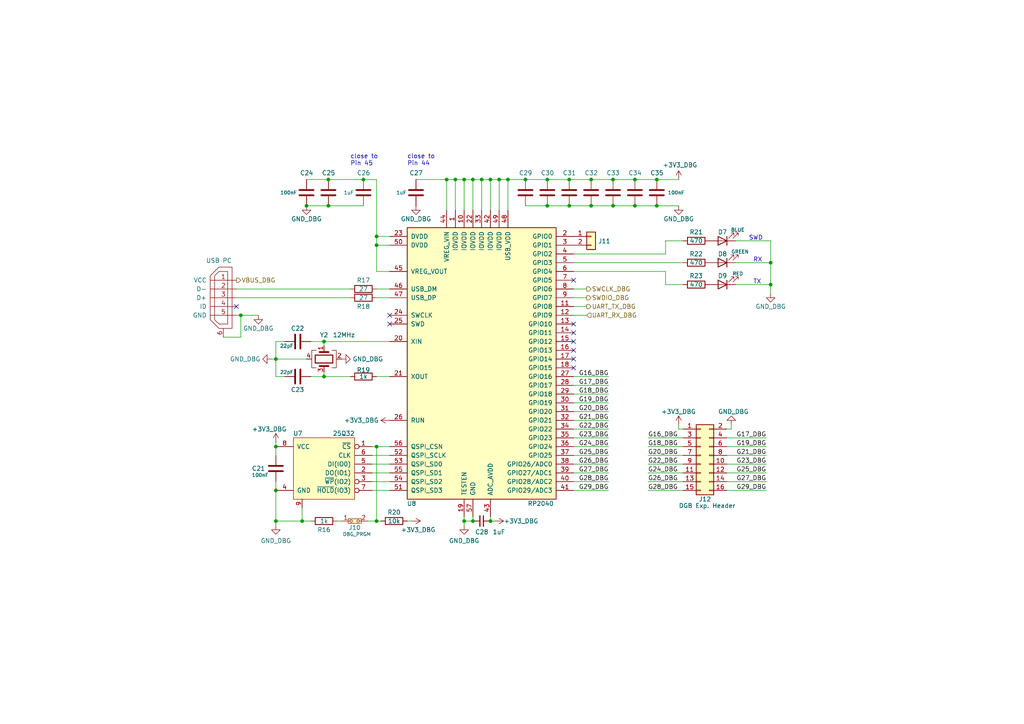
<source format=kicad_sch>
(kicad_sch (version 20231120) (generator "eeschema") (generator_version "8.0")
  (paper "A4")
  (lib_symbols
    (symbol "Connector_Generic:Conn_01x02" (pin_names (offset 1.016) hide)
      (property "Reference" "J" (at 0 2.54 0))
      (property "Value" "Conn_01x02" (at 0 -5.08 0))
      (symbol "Conn_01x02_1_1"
        (rectangle (start -1.27 -2.413) (end 0 -2.667) (stroke (width 0.1524)))
        (rectangle (start -1.27 0.127) (end 0 -0.127) (stroke (width 0.1524)))
        (rectangle (start -1.27 1.27) (end 1.27 -3.81) (stroke (width 0.254)) (fill (type background)))
        (pin passive line (at -5.08 0 0) (length 3.81) (name "Pin_1") (number "1"))
        (pin passive line (at -5.08 -2.54 0) (length 3.81) (name "Pin_2") (number "2"))
      )
    )
    (symbol "Connector_Generic:Conn_02x08_Odd_Even" (pin_names (offset 1.016) hide)
      (property "Reference" "J" (at 1.27 10.16 0))
      (property "Value" "Conn_02x08_Odd_Even" (at 1.27 -12.7 0))
      (symbol "Conn_02x08_Odd_Even_1_1"
        (rectangle (start -1.27 -10.033) (end 0 -10.287) (stroke (width 0.1524)))
        (rectangle (start -1.27 -7.493) (end 0 -7.747) (stroke (width 0.1524)))
        (rectangle (start -1.27 -4.953) (end 0 -5.207) (stroke (width 0.1524)))
        (rectangle (start -1.27 -2.413) (end 0 -2.667) (stroke (width 0.1524)))
        (rectangle (start -1.27 0.127) (end 0 -0.127) (stroke (width 0.1524)))
        (rectangle (start -1.27 2.667) (end 0 2.413) (stroke (width 0.1524)))
        (rectangle (start -1.27 5.207) (end 0 4.953) (stroke (width 0.1524)))
        (rectangle (start -1.27 7.747) (end 0 7.493) (stroke (width 0.1524)))
        (rectangle (start -1.27 8.89) (end 3.81 -11.43) (stroke (width 0.254)) (fill (type background)))
        (rectangle (start 3.81 -10.033) (end 2.54 -10.287) (stroke (width 0.1524)))
        (rectangle (start 3.81 -7.493) (end 2.54 -7.747) (stroke (width 0.1524)))
        (rectangle (start 3.81 -4.953) (end 2.54 -5.207) (stroke (width 0.1524)))
        (rectangle (start 3.81 -2.413) (end 2.54 -2.667) (stroke (width 0.1524)))
        (rectangle (start 3.81 0.127) (end 2.54 -0.127) (stroke (width 0.1524)))
        (rectangle (start 3.81 2.667) (end 2.54 2.413) (stroke (width 0.1524)))
        (rectangle (start 3.81 5.207) (end 2.54 4.953) (stroke (width 0.1524)))
        (rectangle (start 3.81 7.747) (end 2.54 7.493) (stroke (width 0.1524)))
        (pin passive line (at -5.08 7.62 0) (length 3.81) (name "Pin_1") (number "1"))
        (pin passive line (at 7.62 -2.54 180) (length 3.81) (name "Pin_10") (number "10"))
        (pin passive line (at -5.08 -5.08 0) (length 3.81) (name "Pin_11") (number "11"))
        (pin passive line (at 7.62 -5.08 180) (length 3.81) (name "Pin_12") (number "12"))
        (pin passive line (at -5.08 -7.62 0) (length 3.81) (name "Pin_13") (number "13"))
        (pin passive line (at 7.62 -7.62 180) (length 3.81) (name "Pin_14") (number "14"))
        (pin passive line (at -5.08 -10.16 0) (length 3.81) (name "Pin_15") (number "15"))
        (pin passive line (at 7.62 -10.16 180) (length 3.81) (name "Pin_16") (number "16"))
        (pin passive line (at 7.62 7.62 180) (length 3.81) (name "Pin_2") (number "2"))
        (pin passive line (at -5.08 5.08 0) (length 3.81) (name "Pin_3") (number "3"))
        (pin passive line (at 7.62 5.08 180) (length 3.81) (name "Pin_4") (number "4"))
        (pin passive line (at -5.08 2.54 0) (length 3.81) (name "Pin_5") (number "5"))
        (pin passive line (at 7.62 2.54 180) (length 3.81) (name "Pin_6") (number "6"))
        (pin passive line (at -5.08 0 0) (length 3.81) (name "Pin_7") (number "7"))
        (pin passive line (at 7.62 0 180) (length 3.81) (name "Pin_8") (number "8"))
        (pin passive line (at -5.08 -2.54 0) (length 3.81) (name "Pin_9") (number "9"))
      )
    )
    (symbol "Device:C" (pin_numbers hide) (pin_names (offset 0.254))
      (property "Reference" "C" (at 0.635 2.54 0))
      (property "Value" "C" (at 0.635 -2.54 0))
      (symbol "C_0_1"
        (polyline (pts (xy -2.032 -0.762) (xy 2.032 -0.762)) (stroke (width 0.508)))
        (polyline (pts (xy -2.032 0.762) (xy 2.032 0.762)) (stroke (width 0.508)))
      )
      (symbol "C_1_1"
        (pin passive line (at 0 3.81 270) (length 2.794) (name "~") (number "1"))
        (pin passive line (at 0 -3.81 90) (length 2.794) (name "~") (number "2"))
      )
    )
    (symbol "Device:C_Small" (pin_numbers hide) (pin_names (offset 0.254) hide)
      (property "Reference" "C" (at 0.254 1.778 0))
      (property "Value" "C_Small" (at 0.254 -2.032 0))
      (symbol "C_Small_0_1"
        (polyline (pts (xy -1.524 -0.508) (xy 1.524 -0.508)) (stroke (width 0.3302)))
        (polyline (pts (xy -1.524 0.508) (xy 1.524 0.508)) (stroke (width 0.3048)))
      )
      (symbol "C_Small_1_1"
        (pin passive line (at 0 2.54 270) (length 2.032) (name "~") (number "1"))
        (pin passive line (at 0 -2.54 90) (length 2.032) (name "~") (number "2"))
      )
    )
    (symbol "Device:Crystal_GND24" (pin_names (offset 1.016) hide)
      (property "Reference" "Y" (at 3.175 5.08 0))
      (property "Value" "Crystal_GND24" (at 3.175 3.175 0))
      (symbol "Crystal_GND24_0_1"
        (rectangle (start -1.143 2.54) (end 1.143 -2.54) (stroke (width 0.3048)))
        (polyline (pts (xy -2.54 0) (xy -2.032 0)))
        (polyline (pts (xy -2.032 -1.27) (xy -2.032 1.27)) (stroke (width 0.508)))
        (polyline (pts (xy 0 -3.81) (xy 0 -3.556)))
        (polyline (pts (xy 0 3.556) (xy 0 3.81)))
        (polyline (pts (xy 2.032 -1.27) (xy 2.032 1.27)) (stroke (width 0.508)))
        (polyline (pts (xy 2.032 0) (xy 2.54 0)))
        (polyline (pts (xy -2.54 -2.286) (xy -2.54 -3.556) (xy 2.54 -3.556) (xy 2.54 -2.286)))
        (polyline (pts (xy -2.54 2.286) (xy -2.54 3.556) (xy 2.54 3.556) (xy 2.54 2.286)))
      )
      (symbol "Crystal_GND24_1_1"
        (pin passive line (at -3.81 0 0) (length 1.27) (name "1") (number "1"))
        (pin passive line (at 0 5.08 270) (length 1.27) (name "2") (number "2"))
        (pin passive line (at 3.81 0 180) (length 1.27) (name "3") (number "3"))
        (pin passive line (at 0 -5.08 90) (length 1.27) (name "4") (number "4"))
      )
    )
    (symbol "Device:LED" (pin_numbers hide) (pin_names (offset 1.016) hide)
      (property "Reference" "D" (at 0 2.54 0))
      (property "Value" "LED" (at 0 -2.54 0))
      (symbol "LED_0_1"
        (polyline (pts (xy -1.27 -1.27) (xy -1.27 1.27)) (stroke (width 0.254)))
        (polyline (pts (xy -1.27 0) (xy 1.27 0)))
        (polyline (pts (xy 1.27 -1.27) (xy 1.27 1.27) (xy -1.27 0) (xy 1.27 -1.27)) (stroke (width 0.254)))
        (polyline (pts (xy -3.048 -0.762) (xy -4.572 -2.286) (xy -3.81 -2.286) (xy -4.572 -2.286) (xy -4.572 -1.524)))
        (polyline (pts (xy -1.778 -0.762) (xy -3.302 -2.286) (xy -2.54 -2.286) (xy -3.302 -2.286) (xy -3.302 -1.524)))
      )
      (symbol "LED_1_1"
        (pin passive line (at -3.81 0 0) (length 2.54) (name "K") (number "1"))
        (pin passive line (at 3.81 0 180) (length 2.54) (name "A") (number "2"))
      )
    )
    (symbol "Device:R" (pin_numbers hide) (pin_names (offset 0))
      (property "Reference" "R" (at 2.032 0 90))
      (property "Value" "R" (at 0 0 90))
      (symbol "R_0_1"
        (rectangle (start -1.016 -2.54) (end 1.016 2.54) (stroke (width 0.254)))
      )
      (symbol "R_1_1"
        (pin passive line (at 0 3.81 270) (length 1.27) (name "~") (number "1"))
        (pin passive line (at 0 -3.81 90) (length 1.27) (name "~") (number "2"))
      )
    )
    (symbol "rp2040-launchpad-PCB:+3V3_DBG" (power) (pin_names (offset 0))
      (property "Value" "+3V3_DBG" (at 0 3.556 0))
      (symbol "+3V3_DBG_0_1"
        (polyline (pts (xy -0.762 1.27) (xy 0 2.54)))
        (polyline (pts (xy 0 0) (xy 0 2.54)))
        (polyline (pts (xy 0 2.54) (xy 0.762 1.27)))
      )
      (symbol "+3V3_DBG_1_1"
        (pin power_in line (at 0 0 90) (length 0) hide (name "+3V3_DBG") (number "1"))
      )
    )
    (symbol "rp2040-launchpad-PCB:25Q32" (pin_names (offset 1.016))
      (property "Reference" "U" (at -7.62 10.16 0))
      (property "Value" "25Q32" (at -5.08 -10.16 0))
      (symbol "25Q32_0_1"
        (rectangle (start -8.89 8.89) (end 8.89 -8.89) (fill (type background)))
      )
      (symbol "25Q32_1_1"
        (pin input inverted (at -13.97 6.35 0) (length 5.08) (name "~{CS}") (number "1"))
        (pin output line (at -13.97 -1.27 0) (length 5.08) (name "DO(IO1)") (number "2"))
        (pin input inverted (at -13.97 -3.81 0) (length 5.08) (name "~{WP}(IO2)") (number "3"))
        (pin power_in line (at 13.97 -6.35 180) (length 5.08) (name "GND") (number "4"))
        (pin input line (at -13.97 1.27 0) (length 5.08) (name "DI(IO0)") (number "5"))
        (pin input line (at -13.97 3.81 0) (length 5.08) (name "CLK") (number "6"))
        (pin input inverted (at -13.97 -6.35 0) (length 5.08) (name "~{HOLD}(IO3)") (number "7"))
        (pin power_in line (at 13.97 6.35 180) (length 5.08) (name "VCC") (number "8"))
        (pin passive line (at 6.35 -11.43 90) (length 2.54) (name "~") (number "9"))
      )
    )
    (symbol "rp2040-launchpad-PCB:GND_DBG" (power) (pin_names (offset 0))
      (property "Value" "GND_DBG" (at 0 -3.81 0))
      (symbol "GND_DBG_0_1"
        (polyline (pts (xy 0 0) (xy 0 -1.27) (xy 1.27 -1.27) (xy 0 -2.54) (xy -1.27 -1.27) (xy 0 -1.27)))
      )
      (symbol "GND_DBG_1_1"
        (pin power_in line (at 0 0 270) (length 0) hide (name "GND_DBG") (number "1"))
      )
    )
    (symbol "rp2040-launchpad-PCB:Jumper" (pin_names (offset 1.016))
      (property "Reference" "J" (at -3.302 3.048 0))
      (property "Value" "Jumper" (at 2.794 3.302 0))
      (symbol "Jumper_0_1"
        (rectangle (start -1.905 0.635) (end 1.905 -0.635) (fill (type background)))
        (circle (center -1.016 0) (radius 0.3556))
        (circle (center 1.016 0) (radius 0.3556))
      )
      (symbol "Jumper_1_1"
        (pin passive line (at -3.81 0 0) (length 2.4384) (name "~") (number "1"))
        (pin passive line (at 3.81 0 180) (length 2.4384) (name "~") (number "2"))
      )
    )
    (symbol "rp2040-launchpad-PCB:Micro-USB-B-Socket" (pin_names (offset 1.016))
      (property "Reference" "USB" (at -1.27 12.7 0))
      (property "Value" "Micro-USB-B-Socket" (at -1.27 15.24 0))
      (symbol "Micro-USB-B-Socket_0_1"
        (polyline (pts (xy -3.81 -6.35) (xy -2.54 -7.62) (xy 0 -7.62) (xy 0 7.62) (xy -2.54 7.62) (xy -3.81 6.35) (xy -3.81 -6.35)))
        (polyline (pts (xy 1.27 8.89) (xy 1.27 -8.89) (xy -2.54 -8.89) (xy -5.08 -6.35) (xy -5.08 6.35) (xy -2.54 8.89) (xy 1.27 8.89)))
      )
      (symbol "Micro-USB-B-Socket_1_1"
        (pin power_out line (at 2.54 5.08 180) (length 7.5946) (name "VCC") (number "1"))
        (pin bidirectional line (at 2.54 2.54 180) (length 7.5946) (name "D-") (number "2"))
        (pin bidirectional line (at 2.54 0 180) (length 7.5946) (name "D+") (number "3"))
        (pin bidirectional line (at 2.54 -2.54 180) (length 7.5946) (name "ID") (number "4"))
        (pin power_out line (at 2.54 -5.08 180) (length 7.5946) (name "GND") (number "5"))
        (pin passive line (at -1.27 -11.43 90) (length 2.4892) (name "~") (number "6"))
      )
    )
    (symbol "rp2040-launchpad-PCB:RP2040" (pin_names (offset 1.016))
      (property "Reference" "U" (at -24.13 40.64 0))
      (property "Value" "RP2040" (at -24.13 -41.91 0))
      (symbol "RP2040_0_0"
        (rectangle (start -21.59 -39.37) (end 21.59 39.37) (stroke (width 0.254)) (fill (type background)))
        (pin power_in line (at -7.62 44.45 270) (length 5.08) (name "IOVDD") (number "1"))
        (pin power_in line (at -5.08 44.45 270) (length 5.08) (name "IOVDD") (number "10"))
        (pin bidirectional line (at 26.67 16.51 180) (length 5.08) (name "GPIO8") (number "11"))
        (pin bidirectional line (at 26.67 13.97 180) (length 5.08) (name "GPIO9") (number "12"))
        (pin bidirectional line (at 26.67 11.43 180) (length 5.08) (name "GPIO10") (number "13"))
        (pin bidirectional line (at 26.67 8.89 180) (length 5.08) (name "GPIO11") (number "14"))
        (pin bidirectional line (at 26.67 6.35 180) (length 5.08) (name "GPIO12") (number "15"))
        (pin bidirectional line (at 26.67 3.81 180) (length 5.08) (name "GPIO13") (number "16"))
        (pin bidirectional line (at 26.67 1.27 180) (length 5.08) (name "GPIO14") (number "17"))
        (pin bidirectional line (at 26.67 -1.27 180) (length 5.08) (name "GPIO15") (number "18"))
        (pin passive line (at -5.08 -44.45 90) (length 5.08) (name "TESTEN") (number "19"))
        (pin bidirectional line (at 26.67 36.83 180) (length 5.08) (name "GPIO0") (number "2"))
        (pin input line (at -26.67 6.35 0) (length 5.08) (name "XIN") (number "20"))
        (pin output line (at -26.67 -3.81 0) (length 5.08) (name "XOUT") (number "21"))
        (pin power_in line (at -2.54 44.45 270) (length 5.08) (name "IOVDD") (number "22"))
        (pin power_in line (at -26.67 36.83 0) (length 5.08) (name "DVDD") (number "23"))
        (pin input line (at -26.67 13.97 0) (length 5.08) (name "SWCLK") (number "24"))
        (pin bidirectional line (at -26.67 11.43 0) (length 5.08) (name "SWD") (number "25"))
        (pin input line (at -26.67 -16.51 0) (length 5.08) (name "RUN") (number "26"))
        (pin bidirectional line (at 26.67 -3.81 180) (length 5.08) (name "GPIO16") (number "27"))
        (pin bidirectional line (at 26.67 -6.35 180) (length 5.08) (name "GPIO17") (number "28"))
        (pin bidirectional line (at 26.67 -8.89 180) (length 5.08) (name "GPIO18") (number "29"))
        (pin bidirectional line (at 26.67 34.29 180) (length 5.08) (name "GPIO1") (number "3"))
        (pin bidirectional line (at 26.67 -11.43 180) (length 5.08) (name "GPIO19") (number "30"))
        (pin bidirectional line (at 26.67 -13.97 180) (length 5.08) (name "GPIO20") (number "31"))
        (pin bidirectional line (at 26.67 -16.51 180) (length 5.08) (name "GPIO21") (number "32"))
        (pin power_in line (at 0 44.45 270) (length 5.08) (name "IOVDD") (number "33"))
        (pin bidirectional line (at 26.67 -19.05 180) (length 5.08) (name "GPIO22") (number "34"))
        (pin bidirectional line (at 26.67 -21.59 180) (length 5.08) (name "GPIO23") (number "35"))
        (pin bidirectional line (at 26.67 -24.13 180) (length 5.08) (name "GPIO24") (number "36"))
        (pin bidirectional line (at 26.67 -26.67 180) (length 5.08) (name "GPIO25") (number "37"))
        (pin bidirectional line (at 26.67 -29.21 180) (length 5.08) (name "GPIO26/ADC0") (number "38"))
        (pin bidirectional line (at 26.67 -31.75 180) (length 5.08) (name "GPIO27/ADC1") (number "39"))
        (pin bidirectional line (at 26.67 31.75 180) (length 5.08) (name "GPIO2") (number "4"))
        (pin bidirectional line (at 26.67 -34.29 180) (length 5.08) (name "GPIO28/ADC2") (number "40"))
        (pin bidirectional line (at 26.67 -36.83 180) (length 5.08) (name "GPIO29/ADC3") (number "41"))
        (pin power_in line (at 2.54 44.45 270) (length 5.08) (name "IOVDD") (number "42"))
        (pin power_in line (at 2.54 -44.45 90) (length 5.08) (name "ADC_AVDD") (number "43"))
        (pin input line (at -10.16 44.45 270) (length 5.08) (name "VREG_VIN") (number "44"))
        (pin bidirectional line (at -26.67 21.59 0) (length 5.08) (name "USB_DM") (number "46"))
        (pin bidirectional line (at -26.67 19.05 0) (length 5.08) (name "USB_DP") (number "47"))
        (pin power_in line (at 7.62 44.45 270) (length 5.08) (name "USB_VDD") (number "48"))
        (pin power_in line (at 5.08 44.45 270) (length 5.08) (name "IOVDD") (number "49"))
        (pin bidirectional line (at 26.67 29.21 180) (length 5.08) (name "GPIO3") (number "5"))
        (pin power_in line (at -26.67 34.29 0) (length 5.08) (name "DVDD") (number "50"))
        (pin bidirectional line (at -26.67 -36.83 0) (length 5.08) (name "QSPI_SD3") (number "51"))
        (pin bidirectional line (at -26.67 -26.67 0) (length 5.08) (name "QSPI_SCLK") (number "52"))
        (pin bidirectional line (at -26.67 -29.21 0) (length 5.08) (name "QSPI_SD0") (number "53"))
        (pin bidirectional line (at -26.67 -34.29 0) (length 5.08) (name "QSPI_SD2") (number "54"))
        (pin bidirectional line (at -26.67 -31.75 0) (length 5.08) (name "QSPI_SD1") (number "55"))
        (pin bidirectional line (at -26.67 -24.13 0) (length 5.08) (name "QSPI_CSN") (number "56"))
        (pin power_in line (at -2.54 -44.45 90) (length 5.08) (name "GND") (number "57"))
        (pin bidirectional line (at 26.67 26.67 180) (length 5.08) (name "GPIO4") (number "6"))
        (pin bidirectional line (at 26.67 24.13 180) (length 5.08) (name "GPIO5") (number "7"))
        (pin bidirectional line (at 26.67 21.59 180) (length 5.08) (name "GPIO6") (number "8"))
        (pin bidirectional line (at 26.67 19.05 180) (length 5.08) (name "GPIO7") (number "9"))
      )
      (symbol "RP2040_1_0"
        (pin power_out line (at -26.67 26.67 0) (length 5.08) (name "VREG_VOUT") (number "45"))
      )
    )
  )
  (junction (at 190.5 59.69))
  (junction (at 137.16 151.13))
  (junction (at 144.78 52.07))
  (junction (at 171.45 59.69))
  (junction (at 95.25 52.07))
  (junction (at 139.7 52.07))
  (junction (at 171.45 52.07))
  (junction (at 137.16 52.07))
  (junction (at 152.4 52.07))
  (junction (at 142.24 151.13))
  (junction (at 134.62 52.07))
  (junction (at 109.22 71.12))
  (junction (at 165.1 52.07))
  (junction (at 184.15 52.07))
  (junction (at 177.8 52.07))
  (junction (at 142.24 52.07))
  (junction (at 80.01 142.24))
  (junction (at 80.01 104.14))
  (junction (at 165.1 59.69))
  (junction (at 190.5 52.07))
  (junction (at 109.22 151.13))
  (junction (at 95.25 59.69))
  (junction (at 80.01 129.54))
  (junction (at 105.41 52.07))
  (junction (at 93.98 109.22))
  (junction (at 88.9 59.69))
  (junction (at 147.32 52.07))
  (junction (at 129.54 52.07))
  (junction (at 87.63 151.13))
  (junction (at 223.52 76.2))
  (junction (at 80.01 151.13))
  (junction (at 93.98 99.06))
  (junction (at 177.8 59.69))
  (junction (at 158.75 59.69))
  (junction (at 223.52 82.55))
  (junction (at 134.62 151.13))
  (junction (at 69.85 91.44))
  (junction (at 109.22 68.58))
  (junction (at 184.15 59.69))
  (junction (at 158.75 52.07))
  (junction (at 109.22 129.54))
  (junction (at 132.08 52.07))
  (no_connect (at 166.37 96.52))
  (no_connect (at 68.58 88.9))
  (no_connect (at 166.37 106.68))
  (no_connect (at 166.37 101.6))
  (no_connect (at 166.37 99.06))
  (no_connect (at 113.03 93.98))
  (no_connect (at 166.37 81.28))
  (no_connect (at 166.37 93.98))
  (no_connect (at 113.03 91.44))
  (no_connect (at 166.37 104.14))
  (wire (pts (xy 142.24 151.13) (xy 142.24 149.86)))
  (wire (pts (xy 109.22 109.22) (xy 113.03 109.22)))
  (wire (pts (xy 109.22 71.12) (xy 109.22 78.74)))
  (wire (pts (xy 107.95 129.54) (xy 109.22 129.54)))
  (wire (pts (xy 213.36 69.85) (xy 223.52 69.85)))
  (wire (pts (xy 139.7 52.07) (xy 139.7 60.96)))
  (wire (pts (xy 80.01 142.24) (xy 80.01 151.13)))
  (wire (pts (xy 190.5 52.07) (xy 196.85 52.07)))
  (wire (pts (xy 139.7 52.07) (xy 142.24 52.07)))
  (wire (pts (xy 80.01 129.54) (xy 80.01 128.27)))
  (wire (pts (xy 109.22 151.13) (xy 109.22 129.54)))
  (wire (pts (xy 166.37 137.16) (xy 176.53 137.16)))
  (wire (pts (xy 80.01 99.06) (xy 80.01 104.14)))
  (wire (pts (xy 166.37 132.08) (xy 176.53 132.08)))
  (wire (pts (xy 166.37 129.54) (xy 176.53 129.54)))
  (wire (pts (xy 196.85 124.46) (xy 196.85 123.19)))
  (wire (pts (xy 109.22 52.07) (xy 109.22 68.58)))
  (wire (pts (xy 166.37 91.44) (xy 170.18 91.44)))
  (wire (pts (xy 105.41 52.07) (xy 109.22 52.07)))
  (wire (pts (xy 95.25 59.69) (xy 88.9 59.69)))
  (wire (pts (xy 147.32 52.07) (xy 152.4 52.07)))
  (wire (pts (xy 210.82 124.46) (xy 212.09 124.46)))
  (wire (pts (xy 134.62 52.07) (xy 134.62 60.96)))
  (wire (pts (xy 187.96 132.08) (xy 198.12 132.08)))
  (wire (pts (xy 97.79 151.13) (xy 99.06 151.13)))
  (wire (pts (xy 166.37 86.36) (xy 170.18 86.36)))
  (wire (pts (xy 210.82 132.08) (xy 222.25 132.08)))
  (wire (pts (xy 143.51 151.13) (xy 142.24 151.13)))
  (wire (pts (xy 87.63 151.13) (xy 80.01 151.13)))
  (wire (pts (xy 80.01 139.7) (xy 80.01 142.24)))
  (wire (pts (xy 93.98 109.22) (xy 101.6 109.22)))
  (wire (pts (xy 166.37 139.7) (xy 176.53 139.7)))
  (wire (pts (xy 118.11 151.13) (xy 119.38 151.13)))
  (wire (pts (xy 106.68 151.13) (xy 109.22 151.13)))
  (wire (pts (xy 64.77 97.79) (xy 69.85 97.79)))
  (wire (pts (xy 68.58 91.44) (xy 69.85 91.44)))
  (wire (pts (xy 166.37 116.84) (xy 176.53 116.84)))
  (wire (pts (xy 80.01 151.13) (xy 80.01 152.4)))
  (wire (pts (xy 80.01 104.14) (xy 80.01 109.22)))
  (wire (pts (xy 223.52 69.85) (xy 223.52 76.2)))
  (wire (pts (xy 166.37 114.3) (xy 176.53 114.3)))
  (wire (pts (xy 134.62 52.07) (xy 137.16 52.07)))
  (wire (pts (xy 109.22 68.58) (xy 113.03 68.58)))
  (wire (pts (xy 166.37 76.2) (xy 198.12 76.2)))
  (wire (pts (xy 80.01 132.08) (xy 80.01 129.54)))
  (wire (pts (xy 210.82 139.7) (xy 222.25 139.7)))
  (wire (pts (xy 87.63 151.13) (xy 90.17 151.13)))
  (wire (pts (xy 193.04 78.74) (xy 193.04 82.55)))
  (wire (pts (xy 107.95 132.08) (xy 113.03 132.08)))
  (wire (pts (xy 210.82 127) (xy 222.25 127)))
  (wire (pts (xy 69.85 91.44) (xy 74.93 91.44)))
  (wire (pts (xy 213.36 76.2) (xy 223.52 76.2)))
  (wire (pts (xy 137.16 52.07) (xy 139.7 52.07)))
  (wire (pts (xy 68.58 86.36) (xy 101.6 86.36)))
  (wire (pts (xy 80.01 104.14) (xy 88.9 104.14)))
  (wire (pts (xy 105.41 59.69) (xy 95.25 59.69)))
  (wire (pts (xy 134.62 149.86) (xy 134.62 151.13)))
  (wire (pts (xy 187.96 134.62) (xy 198.12 134.62)))
  (wire (pts (xy 109.22 71.12) (xy 113.03 71.12)))
  (wire (pts (xy 193.04 73.66) (xy 193.04 69.85)))
  (wire (pts (xy 166.37 83.82) (xy 170.18 83.82)))
  (wire (pts (xy 165.1 52.07) (xy 171.45 52.07)))
  (wire (pts (xy 93.98 107.95) (xy 93.98 109.22)))
  (wire (pts (xy 107.95 142.24) (xy 113.03 142.24)))
  (wire (pts (xy 78.74 104.14) (xy 80.01 104.14)))
  (wire (pts (xy 190.5 59.69) (xy 196.85 59.69)))
  (wire (pts (xy 152.4 59.69) (xy 158.75 59.69)))
  (wire (pts (xy 109.22 129.54) (xy 113.03 129.54)))
  (wire (pts (xy 187.96 127) (xy 198.12 127)))
  (wire (pts (xy 144.78 52.07) (xy 147.32 52.07)))
  (wire (pts (xy 137.16 52.07) (xy 137.16 60.96)))
  (wire (pts (xy 147.32 52.07) (xy 147.32 60.96)))
  (wire (pts (xy 171.45 59.69) (xy 177.8 59.69)))
  (wire (pts (xy 166.37 88.9) (xy 170.18 88.9)))
  (wire (pts (xy 109.22 78.74) (xy 113.03 78.74)))
  (wire (pts (xy 95.25 52.07) (xy 105.41 52.07)))
  (wire (pts (xy 120.65 52.07) (xy 129.54 52.07)))
  (wire (pts (xy 210.82 129.54) (xy 222.25 129.54)))
  (wire (pts (xy 166.37 119.38) (xy 176.53 119.38)))
  (wire (pts (xy 210.82 134.62) (xy 222.25 134.62)))
  (wire (pts (xy 137.16 151.13) (xy 137.16 149.86)))
  (wire (pts (xy 107.95 134.62) (xy 113.03 134.62)))
  (wire (pts (xy 166.37 127) (xy 176.53 127)))
  (wire (pts (xy 80.01 99.06) (xy 82.55 99.06)))
  (wire (pts (xy 93.98 99.06) (xy 113.03 99.06)))
  (wire (pts (xy 107.95 137.16) (xy 113.03 137.16)))
  (wire (pts (xy 88.9 52.07) (xy 95.25 52.07)))
  (wire (pts (xy 210.82 137.16) (xy 222.25 137.16)))
  (wire (pts (xy 166.37 109.22) (xy 176.53 109.22)))
  (wire (pts (xy 223.52 76.2) (xy 223.52 82.55)))
  (wire (pts (xy 109.22 68.58) (xy 109.22 71.12)))
  (wire (pts (xy 184.15 52.07) (xy 190.5 52.07)))
  (wire (pts (xy 134.62 151.13) (xy 137.16 151.13)))
  (wire (pts (xy 187.96 129.54) (xy 198.12 129.54)))
  (wire (pts (xy 129.54 52.07) (xy 132.08 52.07)))
  (wire (pts (xy 68.58 83.82) (xy 101.6 83.82)))
  (wire (pts (xy 187.96 139.7) (xy 198.12 139.7)))
  (wire (pts (xy 142.24 52.07) (xy 144.78 52.07)))
  (wire (pts (xy 87.63 147.32) (xy 87.63 151.13)))
  (wire (pts (xy 93.98 100.33) (xy 93.98 99.06)))
  (wire (pts (xy 187.96 142.24) (xy 198.12 142.24)))
  (wire (pts (xy 165.1 59.69) (xy 171.45 59.69)))
  (wire (pts (xy 187.96 137.16) (xy 198.12 137.16)))
  (wire (pts (xy 166.37 121.92) (xy 176.53 121.92)))
  (wire (pts (xy 109.22 83.82) (xy 113.03 83.82)))
  (wire (pts (xy 166.37 73.66) (xy 193.04 73.66)))
  (wire (pts (xy 132.08 52.07) (xy 134.62 52.07)))
  (wire (pts (xy 158.75 52.07) (xy 165.1 52.07)))
  (wire (pts (xy 223.52 85.09) (xy 223.52 82.55)))
  (wire (pts (xy 166.37 111.76) (xy 176.53 111.76)))
  (wire (pts (xy 213.36 82.55) (xy 223.52 82.55)))
  (wire (pts (xy 193.04 69.85) (xy 198.12 69.85)))
  (wire (pts (xy 177.8 59.69) (xy 184.15 59.69)))
  (wire (pts (xy 166.37 78.74) (xy 193.04 78.74)))
  (wire (pts (xy 166.37 124.46) (xy 176.53 124.46)))
  (wire (pts (xy 177.8 52.07) (xy 184.15 52.07)))
  (wire (pts (xy 158.75 59.69) (xy 165.1 59.69)))
  (wire (pts (xy 210.82 142.24) (xy 222.25 142.24)))
  (wire (pts (xy 171.45 52.07) (xy 177.8 52.07)))
  (wire (pts (xy 90.17 99.06) (xy 93.98 99.06)))
  (wire (pts (xy 93.98 109.22) (xy 90.17 109.22)))
  (wire (pts (xy 82.55 109.22) (xy 80.01 109.22)))
  (wire (pts (xy 212.09 124.46) (xy 212.09 123.19)))
  (wire (pts (xy 113.03 86.36) (xy 109.22 86.36)))
  (wire (pts (xy 142.24 52.07) (xy 142.24 60.96)))
  (wire (pts (xy 134.62 152.4) (xy 134.62 151.13)))
  (wire (pts (xy 129.54 52.07) (xy 129.54 60.96)))
  (wire (pts (xy 144.78 52.07) (xy 144.78 60.96)))
  (wire (pts (xy 198.12 124.46) (xy 196.85 124.46)))
  (wire (pts (xy 198.12 82.55) (xy 193.04 82.55)))
  (wire (pts (xy 109.22 151.13) (xy 110.49 151.13)))
  (wire (pts (xy 184.15 59.69) (xy 190.5 59.69)))
  (wire (pts (xy 166.37 142.24) (xy 176.53 142.24)))
  (wire (pts (xy 69.85 91.44) (xy 69.85 97.79)))
  (wire (pts (xy 166.37 134.62) (xy 176.53 134.62)))
  (wire (pts (xy 132.08 52.07) (xy 132.08 60.96)))
  (wire (pts (xy 152.4 52.07) (xy 158.75 52.07)))
  (wire (pts (xy 107.95 139.7) (xy 113.03 139.7)))
  (text "RX\n" (at 218.44 76.2 0) (effects (font (size 1.27 1.27)) (justify left bottom)))
  (text "SWD" (at 217.17 69.85 0) (effects (font (size 1.27 1.27)) (justify left bottom)))
  (text "close to\nPin 45" (at 101.6 48.26 0) (effects (font (size 1.27 1.27)) (justify left bottom)))
  (text "close to\nPin 44\n" (at 118.11 48.26 0) (effects (font (size 1.27 1.27)) (justify left bottom)))
  (text "TX" (at 218.44 82.55 0) (effects (font (size 1.27 1.27)) (justify left bottom)))
  (label "G22_DBG" (at 187.96 134.62 0))
  (label "G16_DBG" (at 176.53 109.22 180))
  (label "G29_DBG" (at 176.53 142.24 180))
  (label "G24_DBG" (at 176.53 129.54 180))
  (label "G26_DBG" (at 187.96 139.7 0))
  (label "G28_DBG" (at 187.96 142.24 0))
  (label "G17_DBG" (at 176.53 111.76 180))
  (label "G28_DBG" (at 176.53 139.7 180))
  (label "G19_DBG" (at 222.25 129.54 180))
  (label "G16_DBG" (at 187.96 127 0))
  (label "G22_DBG" (at 176.53 124.46 180))
  (label "G26_DBG" (at 176.53 134.62 180))
  (label "G20_DBG" (at 176.53 119.38 180))
  (label "G21_DBG" (at 222.25 132.08 180))
  (label "G29_DBG" (at 222.25 142.24 180))
  (label "G23_DBG" (at 176.53 127 180))
  (label "G25_DBG" (at 176.53 132.08 180))
  (label "G23_DBG" (at 222.25 134.62 180))
  (label "G27_DBG" (at 222.25 139.7 180))
  (label "G21_DBG" (at 176.53 121.92 180))
  (label "G18_DBG" (at 187.96 129.54 0))
  (label "G20_DBG" (at 187.96 132.08 0))
  (label "G24_DBG" (at 187.96 137.16 0))
  (label "G25_DBG" (at 222.25 137.16 180))
  (label "G19_DBG" (at 176.53 116.84 180))
  (label "G17_DBG" (at 222.25 127 180))
  (label "G27_DBG" (at 176.53 137.16 180))
  (label "G18_DBG" (at 176.53 114.3 180))
  (hierarchical_label "SWCLK_DBG" (shape output) (at 170.18 83.82 0))
  (hierarchical_label "UART_TX_DBG" (shape output) (at 170.18 88.9 0))
  (hierarchical_label "SWDIO_DBG" (shape output) (at 170.18 86.36 0))
  (hierarchical_label "UART_RX_DBG" (shape input) (at 170.18 91.44 0))
  (hierarchical_label "VBUS_DBG" (shape output) (at 68.58 81.28 0))
  (symbol (lib_id "rp2040-launchpad-PCB:25Q32") (at 93.98 135.89 0) (mirror y) (unit 1)
    (property "Reference" "U7" (at 86.36 125.73 0))
    (property "Value" "25Q32" (at 99.695 125.73 0))
    (property "Footprint" "Package_SON:WSON-8-1EP_6x5mm_P1.27mm_EP3.4x4.3mm" (effects (hide yes)))
    (property "Datasheet" "https://www.digikey.de/de/products/detail/winbond-electronics/W25Q32JWZPIQ/8568189" (effects (hide yes)))
  )
  (symbol (lib_id "Device:C") (at 152.4 55.88 0) (unit 1)
    (property "Reference" "C29" (at 150.495 50.165 0) (effects (justify left)))
    (property "Value" "100nF" (effects (hide yes)))
    (property "Footprint" "Capacitor_SMD:C_0603_1608Metric" (effects (hide yes)))
    (property "Datasheet" "https://www.digikey.de/de/products/detail/kemet/C0603C104J4RAC7013/8572406" (effects (hide yes)))
    (property "MANUFACTURER" "z.B. Kemet" (effects (hide yes)))
    (property "STANDARD" "unkritisch" (effects (hide yes)))
  )
  (symbol (lib_id "Device:C") (at 158.75 55.88 0) (unit 1)
    (property "Reference" "C30" (at 156.845 50.165 0) (effects (justify left)))
    (property "Value" "100nF" (effects (hide yes)))
    (property "Footprint" "Capacitor_SMD:C_0603_1608Metric" (effects (hide yes)))
    (property "Datasheet" "https://www.digikey.de/de/products/detail/kemet/C0603C104J4RAC7013/8572406" (effects (hide yes)))
    (property "MANUFACTURER" "z.B. Kemet" (effects (hide yes)))
    (property "STANDARD" "unkritisch" (effects (hide yes)))
  )
  (symbol (lib_id "Device:C") (at 165.1 55.88 0) (unit 1)
    (property "Reference" "C31" (at 163.195 50.165 0) (effects (justify left)))
    (property "Value" "100nF" (effects (hide yes)))
    (property "Footprint" "Capacitor_SMD:C_0603_1608Metric" (effects (hide yes)))
    (property "Datasheet" "https://www.digikey.de/de/products/detail/kemet/C0603C104J4RAC7013/8572406" (effects (hide yes)))
    (property "MANUFACTURER" "z.B. Kemet" (effects (hide yes)))
    (property "STANDARD" "unkritisch" (effects (hide yes)))
  )
  (symbol (lib_id "Device:C") (at 171.45 55.88 0) (unit 1)
    (property "Reference" "C32" (at 169.545 50.165 0) (effects (justify left)))
    (property "Value" "100nF" (effects (hide yes)))
    (property "Footprint" "Capacitor_SMD:C_0603_1608Metric" (effects (hide yes)))
    (property "Datasheet" "https://www.digikey.de/de/products/detail/kemet/C0603C104J4RAC7013/8572406" (effects (hide yes)))
    (property "MANUFACTURER" "z.B. Kemet" (effects (hide yes)))
    (property "STANDARD" "unkritisch" (effects (hide yes)))
  )
  (symbol (lib_id "Device:C") (at 177.8 55.88 0) (unit 1)
    (property "Reference" "C33" (at 175.895 50.165 0) (effects (justify left)))
    (property "Value" "100nF" (effects (hide yes)))
    (property "Footprint" "Capacitor_SMD:C_0603_1608Metric" (effects (hide yes)))
    (property "Datasheet" "https://www.digikey.de/de/products/detail/kemet/C0603C104J4RAC7013/8572406" (effects (hide yes)))
    (property "MANUFACTURER" "z.B. Kemet" (effects (hide yes)))
    (property "STANDARD" "unkritisch" (effects (hide yes)))
  )
  (symbol (lib_id "Device:C") (at 184.15 55.88 0) (unit 1)
    (property "Reference" "C34" (at 182.245 50.165 0) (effects (justify left)))
    (property "Value" "100nF" (effects (hide yes)))
    (property "Footprint" "Capacitor_SMD:C_0603_1608Metric" (effects (hide yes)))
    (property "Datasheet" "https://www.digikey.de/de/products/detail/kemet/C0603C104J4RAC7013/8572406" (effects (hide yes)))
    (property "MANUFACTURER" "z.B. Kemet" (effects (hide yes)))
    (property "STANDARD" "unkritisch" (effects (hide yes)))
  )
  (symbol (lib_id "Device:C") (at 80.01 135.89 0) (unit 1)
    (property "Reference" "C21" (at 73.025 135.89 0) (effects (justify left)))
    (property "Value" "100nF" (at 73.025 137.795 0) (effects (font (size 1.016 1.016)) (justify left)))
    (property "Footprint" "Capacitor_SMD:C_0603_1608Metric" (effects (hide yes)))
    (property "Datasheet" "https://www.digikey.de/de/products/detail/kemet/C0603C104J4RAC7013/8572406" (effects (hide yes)))
    (property "MANUFACTURER" "z.B. Kemet" (effects (hide yes)))
    (property "STANDARD" "unkritisch" (effects (hide yes)))
  )
  (symbol (lib_id "rp2040-launchpad-PCB:RP2040") (at 139.7 105.41 0) (unit 1)
    (property "Reference" "U8" (at 119.38 146.05 0))
    (property "Value" "RP2040" (at 156.845 146.05 0))
    (property "Footprint" "QFN40P700X700X90-57N" (effects (hide yes)))
    (property "Datasheet" "https://www.digikey.de/de/products/detail/raspberry-pi/SC0914-13/14306010" (effects (hide yes)))
    (property "STANDARD" "IPC 7351B" (effects (hide yes)))
    (property "MAXIMUM_PACKAGE_HEIGHT" "0.9 mm" (effects (hide yes)))
    (property "MANUFACTURER" "Raspberry Pi" (effects (hide yes)))
    (property "PARTREV" "1.6.1" (effects (hide yes)))
  )
  (symbol (lib_id "Device:R") (at 105.41 83.82 270) (unit 1)
    (property "Reference" "R17" (at 105.41 81.28 90))
    (property "Value" "27" (at 105.41 83.82 90))
    (property "Footprint" "Resistor_SMD:R_0603_1608Metric" (effects (hide yes)))
    (property "Datasheet" "https://www.digikey.de/de/products/detail/panasonic-electronic-components/ERJ-3EKF27R0V/1746361" (effects (hide yes)))
    (property "STANDARD" "unkritisch" (effects (hide yes)))
  )
  (symbol (lib_id "Device:R") (at 105.41 86.36 270) (unit 1)
    (property "Reference" "R18" (at 105.41 88.9 90))
    (property "Value" "27" (at 105.41 86.36 90))
    (property "Footprint" "Resistor_SMD:R_0603_1608Metric" (effects (hide yes)))
    (property "Datasheet" "https://www.digikey.de/de/products/detail/panasonic-electronic-components/ERJ-3EKF27R0V/1746361" (effects (hide yes)))
    (property "STANDARD" "unkritisch" (effects (hide yes)))
  )
  (symbol (lib_id "Connector_Generic:Conn_01x02") (at 171.45 68.58 0) (unit 1)
    (property "Reference" "J11" (at 173.482 69.9516 0) (effects (justify left)))
    (property "Value" "UART_DBG" (effects (hide yes)))
    (property "Footprint" "Connector_PinHeader_2.54mm:PinHeader_1x02_P2.54mm_Vertical" (effects (hide yes)))
    (property "Datasheet" "wird nicht bestückt" (effects (hide yes)))
  )
  (symbol (lib_id "Device:LED") (at 209.55 76.2 180) (unit 1)
    (property "Reference" "D8" (at 209.55 73.66 0))
    (property "Value" "GREEN" (at 214.63 73.025 0) (effects (font (size 1.016 1.016))))
    (property "Footprint" "LED_SMD:LED_0603_1608Metric" (effects (hide yes)))
    (property "Datasheet" "https://www.digikey.de/de/products/detail/harvatek-corporation/B1931NG-20D001114U1930/15861262" (effects (hide yes)))
    (property "STANDARD" "unkritisch" (effects (hide yes)))
  )
  (symbol (lib_id "rp2040-launchpad-PCB:Jumper") (at 102.87 151.13 0) (unit 1)
    (property "Reference" "J10" (at 102.87 153.035 0))
    (property "Value" "DBG_PRGM" (at 103.505 154.94 0) (effects (font (size 1.016 1.016))))
    (property "Footprint" "Connector_PinHeader_2.54mm:PinHeader_1x02_P2.54mm_Vertical" (effects (hide yes)))
    (property "Datasheet" "wird nicht bestückt" (effects (hide yes)))
  )
  (symbol (lib_id "rp2040-launchpad-PCB:+3V3_DBG") (at 196.85 52.07 0) (unit 1)
    (property "Reference" "#PWR058" (effects (hide yes)))
    (property "Value" "+3V3_DBG" (at 197.231 47.8536 0))
    (property "Description" "Power symbol creates a global label with name \"+3V3\"" (effects (hide yes)))
  )
  (symbol (lib_id "Connector_Generic:Conn_02x08_Odd_Even") (at 203.2 132.08 0) (unit 1)
    (property "Reference" "J12" (at 204.47 144.78 0))
    (property "Value" "DGB Exp. Header" (at 205.105 146.685 0))
    (property "Footprint" "Connector_PinHeader_2.54mm:PinHeader_2x08_P2.54mm_Vertical" (effects (hide yes)))
    (property "Datasheet" "wird nicht bestückt" (effects (hide yes)))
  )
  (symbol (lib_id "Device:R") (at 201.93 82.55 90) (unit 1)
    (property "Reference" "R23" (at 201.93 80.01 90))
    (property "Value" "470" (at 201.93 82.55 90))
    (property "Footprint" "Resistor_SMD:R_0603_1608Metric" (effects (hide yes)))
    (property "Datasheet" "https://www.digikey.de/de/products/detail/yageo/AF0603FR-07100KL/5900861" (effects (hide yes)))
    (property "STANDARD" "unkritisch" (effects (hide yes)))
  )
  (symbol (lib_id "rp2040-launchpad-PCB:GND_DBG") (at 223.52 85.09 0) (unit 1)
    (property "Reference" "#PWR062" (effects (hide yes)))
    (property "Value" "GND_DBG" (at 227.965 88.9 0) (effects (justify right)))
    (property "Description" "Power symbol creates a global label with name \"GND\" , ground" (effects (hide yes)))
  )
  (symbol (lib_id "Device:LED") (at 209.55 69.85 180) (unit 1)
    (property "Reference" "D7" (at 209.55 67.31 0))
    (property "Value" "BLUE" (at 213.995 66.675 0) (effects (font (size 1.016 1.016))))
    (property "Footprint" "LED_SMD:LED_0603_1608Metric" (effects (hide yes)))
    (property "Datasheet" "https://www.digikey.de/de/products/detail/harvatek-corporation/B1931NB-20C006714U1930/15861263" (effects (hide yes)))
    (property "STANDARD" "unkritisch" (effects (hide yes)))
  )
  (symbol (lib_id "Device:R") (at 201.93 76.2 90) (unit 1)
    (property "Reference" "R22" (at 201.93 73.66 90))
    (property "Value" "470" (at 201.93 76.2 90))
    (property "Footprint" "Resistor_SMD:R_0603_1608Metric" (effects (hide yes)))
    (property "Datasheet" "https://www.digikey.de/de/products/detail/yageo/AF0603FR-07100KL/5900861" (effects (hide yes)))
    (property "STANDARD" "unkritisch" (effects (hide yes)))
  )
  (symbol (lib_id "Device:LED") (at 209.55 82.55 180) (unit 1)
    (property "Reference" "D9" (at 209.55 80.01 0))
    (property "Value" "RED" (at 213.995 79.375 0) (effects (font (size 1.016 1.016))))
    (property "Footprint" "LED_SMD:LED_0603_1608Metric" (effects (hide yes)))
    (property "Datasheet" "https://www.digikey.de/de/products/detail/harvatek-corporation/B1911USD-20D000114U1930/15519991" (effects (hide yes)))
    (property "STANDARD" "unkritisch" (effects (hide yes)))
  )
  (symbol (lib_id "Device:R") (at 201.93 69.85 90) (unit 1)
    (property "Reference" "R21" (at 201.93 67.31 90))
    (property "Value" "470" (at 201.93 69.85 90))
    (property "Footprint" "Resistor_SMD:R_0603_1608Metric" (effects (hide yes)))
    (property "Datasheet" "https://www.digikey.de/de/products/detail/yageo/AF0603FR-07100KL/5900861" (effects (hide yes)))
    (property "STANDARD" "unkritisch" (effects (hide yes)))
  )
  (symbol (lib_id "rp2040-launchpad-PCB:+3V3_DBG") (at 80.01 128.27 0) (unit 1)
    (property "Reference" "#PWR049" (effects (hide yes)))
    (property "Value" "+3V3_DBG" (at 78.105 124.46 0))
    (property "Description" "Power symbol creates a global label with name \"+3V3\"" (effects (hide yes)))
  )
  (symbol (lib_id "Device:C") (at 120.65 55.88 0) (unit 1)
    (property "Reference" "C27" (at 118.745 50.165 0) (effects (justify left)))
    (property "Value" "1uF" (at 114.935 55.88 0) (effects (font (size 1.016 1.016)) (justify left)))
    (property "Footprint" "Capacitor_SMD:C_0603_1608Metric" (effects (hide yes)))
    (property "Datasheet" "https://www.digikey.de/de/products/detail/kemet/C0603C105K8RAC7867/2199790" (effects (hide yes)))
    (property "MANUFACTURER" "z.B. Kemet" (effects (hide yes)))
    (property "STANDARD" "unkritisch" (effects (hide yes)))
  )
  (symbol (lib_id "Device:C") (at 190.5 55.88 0) (unit 1)
    (property "Reference" "C35" (at 188.595 50.165 0) (effects (justify left)))
    (property "Value" "100nF" (at 193.675 55.88 0) (effects (font (size 1.016 1.016)) (justify left)))
    (property "Footprint" "Capacitor_SMD:C_0603_1608Metric" (effects (hide yes)))
    (property "Datasheet" "https://www.digikey.de/de/products/detail/kemet/C0603C104J4RAC7013/8572406" (effects (hide yes)))
    (property "MANUFACTURER" "z.B. Kemet" (effects (hide yes)))
    (property "STANDARD" "unkritisch" (effects (hide yes)))
  )
  (symbol (lib_id "Device:C") (at 88.9 55.88 0) (unit 1)
    (property "Reference" "C24" (at 86.995 50.165 0) (effects (justify left)))
    (property "Value" "100nF" (at 81.28 55.88 0) (effects (font (size 1.016 1.016)) (justify left)))
    (property "Footprint" "Capacitor_SMD:C_0603_1608Metric" (effects (hide yes)))
    (property "Datasheet" "https://www.digikey.de/de/products/detail/kemet/C0603C104J4RAC7013/8572406" (effects (hide yes)))
    (property "MANUFACTURER" "z.B. Kemet" (effects (hide yes)))
    (property "STANDARD" "unkritisch" (effects (hide yes)))
  )
  (symbol (lib_id "Device:C") (at 95.25 55.88 0) (unit 1)
    (property "Reference" "C25" (at 93.345 50.165 0) (effects (justify left)))
    (property "Value" "100nF" (effects (hide yes)))
    (property "Footprint" "Capacitor_SMD:C_0603_1608Metric" (effects (hide yes)))
    (property "Datasheet" "https://www.digikey.de/de/products/detail/kemet/C0603C104J4RAC7013/8572406" (effects (hide yes)))
    (property "MANUFACTURER" "z.B. Kemet" (effects (hide yes)))
    (property "STANDARD" "unkritisch" (effects (hide yes)))
  )
  (symbol (lib_id "rp2040-launchpad-PCB:GND_DBG") (at 88.9 59.69 0) (unit 1)
    (property "Reference" "#PWR051" (effects (hide yes)))
    (property "Value" "GND_DBG" (at 88.9 63.5 0))
    (property "Description" "Power symbol creates a global label with name \"GND\" , ground" (effects (hide yes)))
  )
  (symbol (lib_id "rp2040-launchpad-PCB:GND_DBG") (at 74.93 91.44 0) (unit 1)
    (property "Reference" "#PWR047" (effects (hide yes)))
    (property "Value" "GND_DBG" (at 74.93 95.25 0))
    (property "Description" "Power symbol creates a global label with name \"GND\" , ground" (effects (hide yes)))
  )
  (symbol (lib_id "Device:R") (at 114.3 151.13 270) (unit 1)
    (property "Reference" "R20" (at 114.3 148.59 90))
    (property "Value" "10k" (at 114.3 151.13 90))
    (property "Footprint" "Resistor_SMD:R_0603_1608Metric" (effects (hide yes)))
    (property "Datasheet" "https://www.digikey.de/de/products/detail/panasonic-electronic-components/ERJ-3GEYJ103V/135662" (effects (hide yes)))
    (property "STANDARD" "unkritisch" (effects (hide yes)))
  )
  (symbol (lib_id "rp2040-launchpad-PCB:GND_DBG") (at 80.01 152.4 0) (unit 1)
    (property "Reference" "#PWR050" (effects (hide yes)))
    (property "Value" "GND_DBG" (at 80.01 156.845 0))
    (property "Description" "Power symbol creates a global label with name \"GND\" , ground" (effects (hide yes)))
  )
  (symbol (lib_id "Device:R") (at 93.98 151.13 270) (unit 1)
    (property "Reference" "R16" (at 93.98 153.67 90))
    (property "Value" "1k" (at 93.98 151.13 90))
    (property "Footprint" "Resistor_SMD:R_0603_1608Metric" (effects (hide yes)))
    (property "Datasheet" "https://www.digikey.de/de/products/detail/yageo/AC0603JR-101KL/14286501" (effects (hide yes)))
    (property "STANDARD" "unkritisch" (effects (hide yes)))
  )
  (symbol (lib_id "rp2040-launchpad-PCB:GND_DBG") (at 134.62 152.4 0) (unit 1)
    (property "Reference" "#PWR056" (effects (hide yes)))
    (property "Value" "GND_DBG" (at 134.62 156.845 0))
    (property "Description" "Power symbol creates a global label with name \"GND\" , ground" (effects (hide yes)))
  )
  (symbol (lib_id "rp2040-launchpad-PCB:Micro-USB-B-Socket") (at 66.04 86.36 0) (unit 1)
    (property "Reference" "USB2" (effects (hide yes)))
    (property "Value" "USB PC" (at 63.5 75.565 0))
    (property "Footprint" "rp2040-launchpad-PCB:USB-micro-B-Amph-10118194" (effects (hide yes)))
    (property "Datasheet" "https://www.digikey.de/de/products/detail/amphenol-icc-fci/10118194-0001LF/2785389?s=N4IgTCBcDaIGwAYCcBaALHAjADhZkAugL5A" (effects (hide yes)))
    (property "STANDARD" "kann beigestellt werden" (effects (hide yes)))
  )
  (symbol (lib_id "rp2040-launchpad-PCB:GND_DBG") (at 120.65 59.69 0) (unit 1)
    (property "Reference" "#PWR055" (effects (hide yes)))
    (property "Value" "GND_DBG" (at 120.65 63.5 0))
    (property "Description" "Power symbol creates a global label with name \"GND\" , ground" (effects (hide yes)))
  )
  (symbol (lib_id "Device:R") (at 105.41 109.22 90) (unit 1)
    (property "Reference" "R19" (at 105.41 107.315 90))
    (property "Value" "1k" (at 105.41 109.22 90))
    (property "Footprint" "Resistor_SMD:R_0603_1608Metric" (effects (hide yes)))
    (property "Datasheet" "https://www.digikey.de/de/products/detail/yageo/AC0603JR-101KL/14286501" (effects (hide yes)))
    (property "STANDARD" "unkritisch" (effects (hide yes)))
  )
  (symbol (lib_id "Device:C") (at 86.36 109.22 90) (unit 1)
    (property "Reference" "C23" (at 88.265 113.03 90) (effects (justify left)))
    (property "Value" "22pF" (at 85.09 107.95 90) (effects (font (size 1.016 1.016)) (justify left)))
    (property "Footprint" "Capacitor_SMD:C_0603_1608Metric" (effects (hide yes)))
    (property "Datasheet" "https://www.digikey.de/de/products/detail/kemet/C0603C150M8GAC7867/2199937" (effects (hide yes)))
    (property "MANUFACTURER" "z.B. Kemet" (effects (hide yes)))
    (property "STANDARD" "unkritisch" (effects (hide yes)))
  )
  (symbol (lib_id "Device:C") (at 86.36 99.06 90) (unit 1)
    (property "Reference" "C22" (at 88.265 95.25 90) (effects (justify left)))
    (property "Value" "22pF" (at 85.09 100.33 90) (effects (font (size 1.016 1.016)) (justify left)))
    (property "Footprint" "Capacitor_SMD:C_0603_1608Metric" (effects (hide yes)))
    (property "Datasheet" "https://www.digikey.de/de/products/detail/kemet/C0603C150M8GAC7867/2199937" (effects (hide yes)))
    (property "MANUFACTURER" "z.B. Kemet" (effects (hide yes)))
    (property "STANDARD" "unkritisch" (effects (hide yes)))
  )
  (symbol (lib_id "rp2040-launchpad-PCB:GND_DBG") (at 78.74 104.14 270) (unit 1)
    (property "Reference" "#PWR048" (effects (hide yes)))
    (property "Value" "GND_DBG" (at 71.12 104.14 90))
    (property "Description" "Power symbol creates a global label with name \"GND\" , ground" (effects (hide yes)))
  )
  (symbol (lib_id "Device:C") (at 105.41 55.88 0) (unit 1)
    (property "Reference" "C26" (at 103.505 50.165 0) (effects (justify left)))
    (property "Value" "1uF" (at 99.695 55.88 0) (effects (font (size 1.016 1.016)) (justify left)))
    (property "Footprint" "Capacitor_SMD:C_0603_1608Metric" (effects (hide yes)))
    (property "Datasheet" "https://www.digikey.de/de/products/detail/kemet/C0603C105K8RAC7867/2199790" (effects (hide yes)))
    (property "MANUFACTURER" "z.B. Kemet" (effects (hide yes)))
    (property "STANDARD" "unkritisch" (effects (hide yes)))
  )
  (symbol (lib_id "Device:C_Small") (at 139.7 151.13 270) (unit 1)
    (property "Reference" "C28" (at 137.795 154.305 90) (effects (justify left)))
    (property "Value" "1uF" (at 142.875 154.305 90) (effects (justify left)))
    (property "Footprint" "Capacitor_SMD:C_0603_1608Metric" (effects (hide yes)))
    (property "Datasheet" "https://www.digikey.de/de/products/detail/kemet/C0603C105K8RAC7867/2199790" (effects (hide yes)))
    (property "MANUFACTURER" "z.B. Kemet" (effects (hide yes)))
    (property "STANDARD" "unkritisch" (effects (hide yes)))
  )
  (symbol (lib_id "rp2040-launchpad-PCB:+3V3_DBG") (at 143.51 151.13 270) (unit 1)
    (property "Reference" "#PWR057" (effects (hide yes)))
    (property "Value" "+3V3_DBG" (at 151.13 151.13 90))
    (property "Description" "Power symbol creates a global label with name \"+3V3\"" (effects (hide yes)))
  )
  (symbol (lib_id "Device:Crystal_GND24") (at 93.98 104.14 270) (unit 1)
    (property "Reference" "Y2" (at 92.71 97.155 90) (effects (justify left)))
    (property "Value" "12MHz" (at 96.52 97.155 90) (effects (justify left)))
    (property "Footprint" "Crystal:Crystal_SMD_TXC_7M-4Pin_3.2x2.5mm" (effects (hide yes)))
    (property "Datasheet" "https://www.digikey.de/de/products/detail/txc-corporation/7M-12-000MAAE-T/3674337" (effects (hide yes)))
  )
  (symbol (lib_id "rp2040-launchpad-PCB:GND_DBG") (at 99.06 104.14 90) (unit 1)
    (property "Reference" "#PWR052" (effects (hide yes)))
    (property "Value" "GND_DBG" (at 106.68 104.14 90))
    (property "Description" "Power symbol creates a global label with name \"GND\" , ground" (effects (hide yes)))
  )
  (symbol (lib_id "rp2040-launchpad-PCB:GND_DBG") (at 212.09 123.19 180) (unit 1)
    (property "Reference" "#PWR061" (effects (hide yes)))
    (property "Value" "GND_DBG" (at 208.28 119.38 0) (effects (justify right)))
    (property "Description" "Power symbol creates a global label with name \"GND\" , ground" (effects (hide yes)))
  )
  (symbol (lib_id "rp2040-launchpad-PCB:+3V3_DBG") (at 196.85 123.19 0) (unit 1)
    (property "Reference" "#PWR060" (effects (hide yes)))
    (property "Value" "+3V3_DBG" (at 191.77 119.38 0) (effects (justify left)))
    (property "Description" "Power symbol creates a global label with name \"+3V3\"" (effects (hide yes)))
  )
  (symbol (lib_id "rp2040-launchpad-PCB:+3V3_DBG") (at 113.03 121.92 90) (unit 1)
    (property "Reference" "#PWR053" (effects (hide yes)))
    (property "Value" "+3V3_DBG" (at 109.855 121.92 90) (effects (justify left)))
    (property "Description" "Power symbol creates a global label with name \"+3V3\"" (effects (hide yes)))
  )
  (symbol (lib_id "rp2040-launchpad-PCB:+3V3_DBG") (at 119.38 151.13 270) (unit 1)
    (property "Reference" "#PWR054" (effects (hide yes)))
    (property "Value" "+3V3_DBG" (at 121.285 153.67 90))
    (property "Description" "Power symbol creates a global label with name \"+3V3\"" (effects (hide yes)))
  )
  (symbol (lib_id "rp2040-launchpad-PCB:GND_DBG") (at 196.85 59.69 0) (unit 1)
    (property "Reference" "#PWR059" (effects (hide yes)))
    (property "Value" "GND_DBG" (at 196.85 63.5 0))
    (property "Description" "Power symbol creates a global label with name \"GND\" , ground" (effects (hide yes)))
  )
)
</source>
